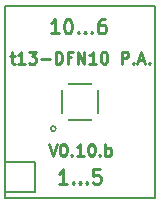
<source format=gto>
%FSLAX34Y34*%
G04 Gerber Fmt 3.4, Leading zero omitted, Abs format*
G04 (created by PCBNEW (2014-03-14 BZR 4750)-product) date Tue 18 Mar 2014 12:24:21 AM CET*
%MOIN*%
G01*
G70*
G90*
G04 APERTURE LIST*
%ADD10C,0.005906*%
%ADD11C,0.009843*%
%ADD12C,0.007874*%
%ADD13R,0.064961X0.064961*%
%ADD14C,0.040000*%
G04 APERTURE END LIST*
G54D10*
G54D11*
X62957Y-41401D02*
X63088Y-41795D01*
X63219Y-41401D01*
X63425Y-41401D02*
X63463Y-41401D01*
X63500Y-41420D01*
X63519Y-41439D01*
X63538Y-41476D01*
X63557Y-41551D01*
X63557Y-41645D01*
X63538Y-41720D01*
X63519Y-41757D01*
X63500Y-41776D01*
X63463Y-41795D01*
X63425Y-41795D01*
X63388Y-41776D01*
X63369Y-41757D01*
X63350Y-41720D01*
X63332Y-41645D01*
X63332Y-41551D01*
X63350Y-41476D01*
X63369Y-41439D01*
X63388Y-41420D01*
X63425Y-41401D01*
X63725Y-41757D02*
X63744Y-41776D01*
X63725Y-41795D01*
X63707Y-41776D01*
X63725Y-41757D01*
X63725Y-41795D01*
X64119Y-41795D02*
X63894Y-41795D01*
X64007Y-41795D02*
X64007Y-41401D01*
X63969Y-41457D01*
X63932Y-41495D01*
X63894Y-41514D01*
X64363Y-41401D02*
X64400Y-41401D01*
X64438Y-41420D01*
X64457Y-41439D01*
X64475Y-41476D01*
X64494Y-41551D01*
X64494Y-41645D01*
X64475Y-41720D01*
X64457Y-41757D01*
X64438Y-41776D01*
X64400Y-41795D01*
X64363Y-41795D01*
X64325Y-41776D01*
X64307Y-41757D01*
X64288Y-41720D01*
X64269Y-41645D01*
X64269Y-41551D01*
X64288Y-41476D01*
X64307Y-41439D01*
X64325Y-41420D01*
X64363Y-41401D01*
X64663Y-41757D02*
X64682Y-41776D01*
X64663Y-41795D01*
X64644Y-41776D01*
X64663Y-41757D01*
X64663Y-41795D01*
X64850Y-41795D02*
X64850Y-41401D01*
X64850Y-41551D02*
X64888Y-41532D01*
X64963Y-41532D01*
X65000Y-41551D01*
X65019Y-41570D01*
X65038Y-41607D01*
X65038Y-41720D01*
X65019Y-41757D01*
X65000Y-41776D01*
X64963Y-41795D01*
X64888Y-41795D01*
X64850Y-41776D01*
X63287Y-37713D02*
X63017Y-37713D01*
X63152Y-37713D02*
X63152Y-37241D01*
X63107Y-37308D01*
X63062Y-37353D01*
X63017Y-37376D01*
X63580Y-37241D02*
X63625Y-37241D01*
X63670Y-37263D01*
X63692Y-37286D01*
X63715Y-37331D01*
X63737Y-37421D01*
X63737Y-37533D01*
X63715Y-37623D01*
X63692Y-37668D01*
X63670Y-37691D01*
X63625Y-37713D01*
X63580Y-37713D01*
X63535Y-37691D01*
X63512Y-37668D01*
X63490Y-37623D01*
X63467Y-37533D01*
X63467Y-37421D01*
X63490Y-37331D01*
X63512Y-37286D01*
X63535Y-37263D01*
X63580Y-37241D01*
X63939Y-37668D02*
X63962Y-37691D01*
X63939Y-37713D01*
X63917Y-37691D01*
X63939Y-37668D01*
X63939Y-37713D01*
X64164Y-37668D02*
X64187Y-37691D01*
X64164Y-37713D01*
X64142Y-37691D01*
X64164Y-37668D01*
X64164Y-37713D01*
X64389Y-37668D02*
X64412Y-37691D01*
X64389Y-37713D01*
X64367Y-37691D01*
X64389Y-37668D01*
X64389Y-37713D01*
X64817Y-37241D02*
X64727Y-37241D01*
X64682Y-37263D01*
X64659Y-37286D01*
X64614Y-37353D01*
X64592Y-37443D01*
X64592Y-37623D01*
X64614Y-37668D01*
X64637Y-37691D01*
X64682Y-37713D01*
X64772Y-37713D01*
X64817Y-37691D01*
X64839Y-37668D01*
X64862Y-37623D01*
X64862Y-37511D01*
X64839Y-37466D01*
X64817Y-37443D01*
X64772Y-37421D01*
X64682Y-37421D01*
X64637Y-37443D01*
X64614Y-37466D01*
X64592Y-37511D01*
X63572Y-42723D02*
X63302Y-42723D01*
X63437Y-42723D02*
X63437Y-42251D01*
X63392Y-42318D01*
X63347Y-42363D01*
X63302Y-42386D01*
X63775Y-42678D02*
X63797Y-42701D01*
X63775Y-42723D01*
X63752Y-42701D01*
X63775Y-42678D01*
X63775Y-42723D01*
X64000Y-42678D02*
X64022Y-42701D01*
X64000Y-42723D01*
X63977Y-42701D01*
X64000Y-42678D01*
X64000Y-42723D01*
X64224Y-42678D02*
X64247Y-42701D01*
X64224Y-42723D01*
X64202Y-42701D01*
X64224Y-42678D01*
X64224Y-42723D01*
X64674Y-42251D02*
X64449Y-42251D01*
X64427Y-42476D01*
X64449Y-42453D01*
X64494Y-42431D01*
X64607Y-42431D01*
X64652Y-42453D01*
X64674Y-42476D01*
X64697Y-42521D01*
X64697Y-42633D01*
X64674Y-42678D01*
X64652Y-42701D01*
X64607Y-42723D01*
X64494Y-42723D01*
X64449Y-42701D01*
X64427Y-42678D01*
G54D12*
X63195Y-40890D02*
G75*
G03X63195Y-40890I-85J0D01*
G74*
G01*
G54D11*
X61673Y-38462D02*
X61823Y-38462D01*
X61729Y-38330D02*
X61729Y-38668D01*
X61748Y-38705D01*
X61785Y-38724D01*
X61823Y-38724D01*
X62160Y-38724D02*
X61935Y-38724D01*
X62048Y-38724D02*
X62048Y-38330D01*
X62010Y-38387D01*
X61973Y-38424D01*
X61935Y-38443D01*
X62291Y-38330D02*
X62535Y-38330D01*
X62404Y-38480D01*
X62460Y-38480D01*
X62497Y-38499D01*
X62516Y-38518D01*
X62535Y-38555D01*
X62535Y-38649D01*
X62516Y-38687D01*
X62497Y-38705D01*
X62460Y-38724D01*
X62347Y-38724D01*
X62310Y-38705D01*
X62291Y-38687D01*
X62704Y-38574D02*
X63004Y-38574D01*
X63191Y-38724D02*
X63191Y-38330D01*
X63285Y-38330D01*
X63341Y-38349D01*
X63379Y-38387D01*
X63397Y-38424D01*
X63416Y-38499D01*
X63416Y-38555D01*
X63397Y-38630D01*
X63379Y-38668D01*
X63341Y-38705D01*
X63285Y-38724D01*
X63191Y-38724D01*
X63716Y-38518D02*
X63585Y-38518D01*
X63585Y-38724D02*
X63585Y-38330D01*
X63772Y-38330D01*
X63922Y-38724D02*
X63922Y-38330D01*
X64147Y-38724D01*
X64147Y-38330D01*
X64541Y-38724D02*
X64316Y-38724D01*
X64428Y-38724D02*
X64428Y-38330D01*
X64391Y-38387D01*
X64353Y-38424D01*
X64316Y-38443D01*
X64785Y-38330D02*
X64822Y-38330D01*
X64860Y-38349D01*
X64878Y-38368D01*
X64897Y-38405D01*
X64916Y-38480D01*
X64916Y-38574D01*
X64897Y-38649D01*
X64878Y-38687D01*
X64860Y-38705D01*
X64822Y-38724D01*
X64785Y-38724D01*
X64747Y-38705D01*
X64728Y-38687D01*
X64710Y-38649D01*
X64691Y-38574D01*
X64691Y-38480D01*
X64710Y-38405D01*
X64728Y-38368D01*
X64747Y-38349D01*
X64785Y-38330D01*
X65385Y-38724D02*
X65385Y-38330D01*
X65535Y-38330D01*
X65572Y-38349D01*
X65591Y-38368D01*
X65610Y-38405D01*
X65610Y-38462D01*
X65591Y-38499D01*
X65572Y-38518D01*
X65535Y-38537D01*
X65385Y-38537D01*
X65778Y-38687D02*
X65797Y-38705D01*
X65778Y-38724D01*
X65760Y-38705D01*
X65778Y-38687D01*
X65778Y-38724D01*
X65947Y-38612D02*
X66135Y-38612D01*
X65910Y-38724D02*
X66041Y-38330D01*
X66172Y-38724D01*
X66303Y-38687D02*
X66322Y-38705D01*
X66303Y-38724D01*
X66285Y-38705D01*
X66303Y-38687D01*
X66303Y-38724D01*
G54D12*
X61500Y-36800D02*
X66500Y-36800D01*
X66500Y-36800D02*
X66500Y-43200D01*
X66500Y-43200D02*
X61500Y-43200D01*
X61500Y-43200D02*
X61500Y-36800D01*
X63409Y-40590D02*
X63409Y-39409D01*
X63409Y-39409D02*
X64590Y-39409D01*
X64590Y-39409D02*
X64590Y-40590D01*
X64590Y-40590D02*
X63409Y-40590D01*
X61500Y-43000D02*
X62500Y-43000D01*
X61500Y-42000D02*
X62500Y-42000D01*
X62500Y-42000D02*
X62500Y-43000D01*
X61500Y-43000D02*
X61500Y-42000D01*
%LPC*%
G54D13*
X66000Y-42500D03*
X66000Y-37500D03*
X62000Y-37500D03*
G54D14*
X63410Y-40590D03*
X64590Y-40590D03*
X64590Y-39410D03*
X63410Y-39410D03*
G54D13*
X62000Y-42500D03*
M02*

</source>
